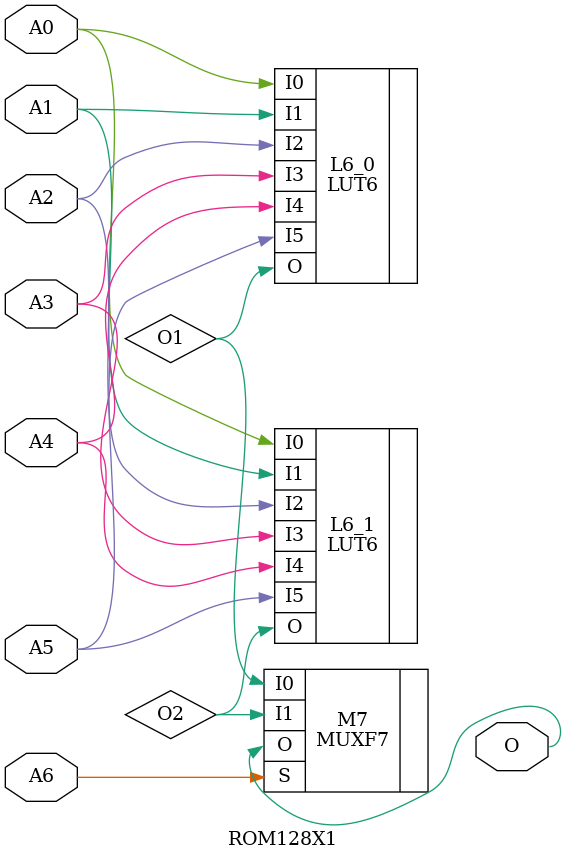
<source format=v>

`timescale  1 ps / 1 ps


module ROM128X1 (O, A0, A1, A2, A3, A4, A5, A6);

    parameter [127:0] INIT = 128'h00000000000000000000000000000000;

    output O;

    input  A0, A1, A2, A3, A4, A5, A6;

    wire O1, O2;

    LUT6 #(.INIT(INIT[63:0])) L6_0 (.O(O1), .I0(A0), .I1(A1), .I2(A2), .I3(A3), .I4(A4), .I5(A5));
    LUT6 #(.INIT(INIT[127:64])) L6_1 (.O(O2), .I0(A0), .I1(A1), .I2(A2), .I3(A3), .I4(A4), .I5(A5));
    MUXF7 M7 (.O(O), .I0(O1), .I1(O2), .S(A6));


endmodule


</source>
